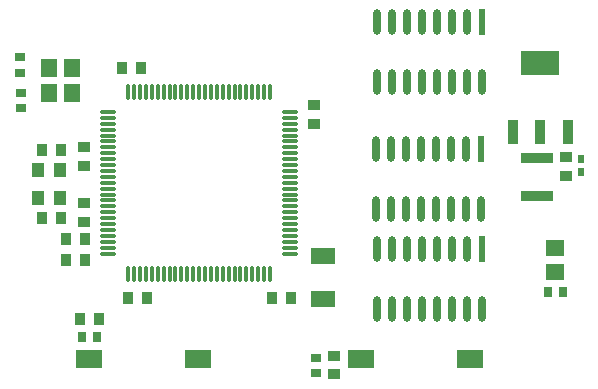
<source format=gtp>
G04*
G04 #@! TF.GenerationSoftware,Altium Limited,Altium Designer,24.6.1 (21)*
G04*
G04 Layer_Color=8421504*
%FSLAX44Y44*%
%MOMM*%
G71*
G04*
G04 #@! TF.SameCoordinates,4FE4A77B-1A08-46E0-B02B-12D9CABBE600*
G04*
G04*
G04 #@! TF.FilePolarity,Positive*
G04*
G01*
G75*
%ADD16R,1.0500X1.3000*%
%ADD17R,0.9000X1.0500*%
%ADD18R,0.6080X2.2044*%
G04:AMPARAMS|DCode=19|XSize=2.2044mm|YSize=0.608mm|CornerRadius=0.304mm|HoleSize=0mm|Usage=FLASHONLY|Rotation=270.000|XOffset=0mm|YOffset=0mm|HoleType=Round|Shape=RoundedRectangle|*
%AMROUNDEDRECTD19*
21,1,2.2044,0.0000,0,0,270.0*
21,1,1.5965,0.6080,0,0,270.0*
1,1,0.6080,0.0000,-0.7982*
1,1,0.6080,0.0000,0.7982*
1,1,0.6080,0.0000,0.7982*
1,1,0.6080,0.0000,-0.7982*
%
%ADD19ROUNDEDRECTD19*%
%ADD20O,1.4500X0.3000*%
%ADD21O,0.3000X1.4500*%
%ADD22R,0.5000X0.7000*%
%ADD23R,0.8000X0.9500*%
%ADD24R,1.5000X1.4000*%
%ADD25R,0.9500X0.8000*%
%ADD26R,1.0500X0.9000*%
%ADD27R,2.1800X1.6000*%
%ADD28R,3.2500X2.1500*%
%ADD29R,0.9000X2.1500*%
%ADD30R,2.7062X0.9542*%
%ADD31R,1.4000X1.5000*%
%ADD32R,2.0000X1.4000*%
D16*
X31000Y168500D02*
D03*
Y191500D02*
D03*
X49500D02*
D03*
Y168500D02*
D03*
D17*
X82000Y66000D02*
D03*
X66000D02*
D03*
X229000Y83500D02*
D03*
X245000D02*
D03*
X122500D02*
D03*
X106500D02*
D03*
X50000Y151000D02*
D03*
X34000D02*
D03*
X34000Y208500D02*
D03*
X50000D02*
D03*
X70000Y133500D02*
D03*
X54000D02*
D03*
X70000Y116000D02*
D03*
X54000D02*
D03*
X101500Y278500D02*
D03*
X117500D02*
D03*
D18*
X406700Y317009D02*
D03*
X406200Y125259D02*
D03*
X405950Y210009D02*
D03*
D19*
X394000Y317009D02*
D03*
X368600D02*
D03*
X381300D02*
D03*
X355900D02*
D03*
X381300Y265991D02*
D03*
X406700D02*
D03*
X394000D02*
D03*
X343200D02*
D03*
X368600D02*
D03*
X355900D02*
D03*
X330500Y317009D02*
D03*
X317800D02*
D03*
X343200D02*
D03*
X330500Y265991D02*
D03*
X317800D02*
D03*
X406200Y74241D02*
D03*
X393500D02*
D03*
X380800D02*
D03*
X368100D02*
D03*
X355400D02*
D03*
X342700D02*
D03*
X330000D02*
D03*
X317300D02*
D03*
Y125259D02*
D03*
X330000D02*
D03*
X342700D02*
D03*
X355400D02*
D03*
X368100D02*
D03*
X380800D02*
D03*
X393500D02*
D03*
X405950Y158991D02*
D03*
X393250D02*
D03*
X380550D02*
D03*
X367850D02*
D03*
X355150D02*
D03*
X342450D02*
D03*
X329750D02*
D03*
X317050D02*
D03*
Y210009D02*
D03*
X329750D02*
D03*
X342450D02*
D03*
X355150D02*
D03*
X367850D02*
D03*
X380550D02*
D03*
X393250D02*
D03*
D20*
X244250Y226000D02*
D03*
Y231000D02*
D03*
Y216000D02*
D03*
Y221000D02*
D03*
Y236000D02*
D03*
Y241000D02*
D03*
Y191000D02*
D03*
Y196000D02*
D03*
Y181000D02*
D03*
Y186000D02*
D03*
Y206000D02*
D03*
Y211000D02*
D03*
Y201000D02*
D03*
Y166000D02*
D03*
Y171000D02*
D03*
Y156000D02*
D03*
Y161000D02*
D03*
Y176000D02*
D03*
Y131000D02*
D03*
Y136000D02*
D03*
Y121000D02*
D03*
Y126000D02*
D03*
Y146000D02*
D03*
Y151000D02*
D03*
Y141000D02*
D03*
X89750Y226000D02*
D03*
Y216000D02*
D03*
Y221000D02*
D03*
Y236000D02*
D03*
Y241000D02*
D03*
Y231000D02*
D03*
Y191000D02*
D03*
Y196000D02*
D03*
Y181000D02*
D03*
Y186000D02*
D03*
Y206000D02*
D03*
Y211000D02*
D03*
Y201000D02*
D03*
Y156000D02*
D03*
Y161000D02*
D03*
Y171000D02*
D03*
Y176000D02*
D03*
Y166000D02*
D03*
Y131000D02*
D03*
Y136000D02*
D03*
Y121000D02*
D03*
Y126000D02*
D03*
Y146000D02*
D03*
Y151000D02*
D03*
Y141000D02*
D03*
D21*
X227000Y258250D02*
D03*
X222000D02*
D03*
X182000D02*
D03*
X177000D02*
D03*
X192000D02*
D03*
X187000D02*
D03*
X167000D02*
D03*
X162000D02*
D03*
X172000D02*
D03*
X207000D02*
D03*
X202000D02*
D03*
X217000D02*
D03*
X212000D02*
D03*
X197000D02*
D03*
X182000Y103750D02*
D03*
X177000D02*
D03*
X192000D02*
D03*
X187000D02*
D03*
X167000D02*
D03*
X162000D02*
D03*
X172000D02*
D03*
X217000D02*
D03*
X212000D02*
D03*
X227000D02*
D03*
X222000D02*
D03*
X202000D02*
D03*
X197000D02*
D03*
X207000D02*
D03*
X132000Y258250D02*
D03*
X127000D02*
D03*
X142000D02*
D03*
X137000D02*
D03*
X112000D02*
D03*
X107000D02*
D03*
X122000D02*
D03*
X117000D02*
D03*
X152000D02*
D03*
X147000D02*
D03*
X157000D02*
D03*
X112000Y103750D02*
D03*
X107000D02*
D03*
X122000D02*
D03*
X117000D02*
D03*
X147000D02*
D03*
X142000D02*
D03*
X157000D02*
D03*
X152000D02*
D03*
X132000D02*
D03*
X127000D02*
D03*
X137000D02*
D03*
D22*
X490250Y189750D02*
D03*
Y200750D02*
D03*
D23*
X462500Y88500D02*
D03*
X475500D02*
D03*
X80554Y50750D02*
D03*
X67554D02*
D03*
D24*
X468750Y125500D02*
D03*
Y105500D02*
D03*
D25*
X266250Y20000D02*
D03*
Y33000D02*
D03*
X15250Y274250D02*
D03*
Y287250D02*
D03*
X16250Y257000D02*
D03*
Y244000D02*
D03*
D26*
X281250Y34750D02*
D03*
Y18750D02*
D03*
X477500Y203000D02*
D03*
Y187000D02*
D03*
X264500Y246500D02*
D03*
Y230500D02*
D03*
X69500Y195500D02*
D03*
Y211500D02*
D03*
Y164000D02*
D03*
Y148000D02*
D03*
D27*
X396000Y32000D02*
D03*
X304000D02*
D03*
X74000D02*
D03*
X166000D02*
D03*
D28*
X456000Y282250D02*
D03*
D29*
X479000Y223750D02*
D03*
X456000D02*
D03*
X433000D02*
D03*
D30*
X452750Y169500D02*
D03*
Y202000D02*
D03*
D31*
X39750Y256750D02*
D03*
X59750D02*
D03*
X39750Y278250D02*
D03*
X59750D02*
D03*
D32*
X272000Y119000D02*
D03*
Y83000D02*
D03*
M02*

</source>
